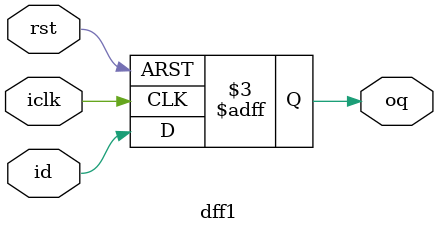
<source format=v>
`timescale 1ns / 1ps
module dff1(
    input id,
    input iclk,
    input rst,
    output reg oq
    );
 
always @ (posedge iclk, posedge rst)
    begin
    if (rst == 1)
        oq <= 1'b0;
    else
        oq <= id;    
    end
 
endmodule

</source>
